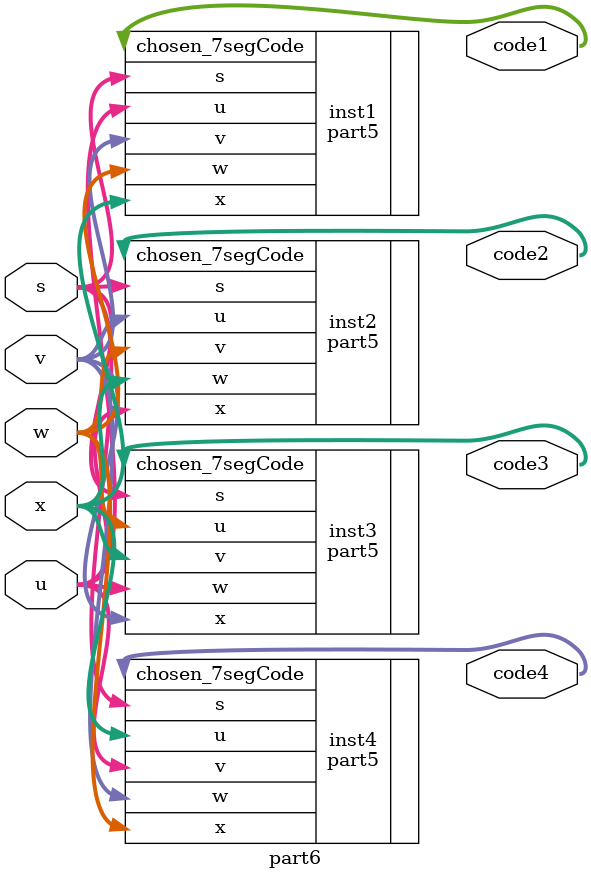
<source format=v>
module part6 (s,u,v,w,x,code1,code2,code3,code4);
 
	input[1:0] s;
	input[1:0] u, v, w, x;
	output[6:0] code1, code2, code3, code4;
	
	
	// You need 4 instances of part 5 connected to inputs appropriately.
	part5 inst1(.s(s), .u(u), .v(v), .w(w), .x(x), .chosen_7segCode(code1));
	part5 inst2(.s(s), .u(v), .v(w), .w(x), .x(u), .chosen_7segCode(code2));
	part5 inst3(.s(s), .u(w), .v(x), .w(u), .x(v), .chosen_7segCode(code3));
	part5 inst4(.s(s), .u(x), .v(u), .w(v), .x(w), .chosen_7segCode(code4));
	//...


endmodule 
</source>
